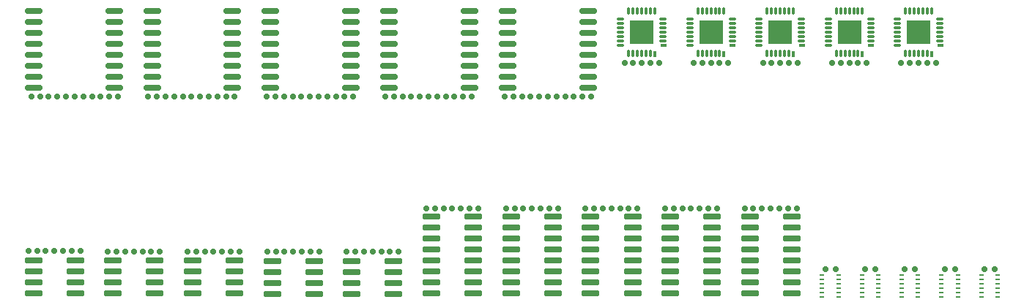
<source format=gbr>
%TF.GenerationSoftware,KiCad,Pcbnew,9.0.1*%
%TF.CreationDate,2025-04-16T14:08:05+02:00*%
%TF.ProjectId,cq2-adapt,6371322d-6164-4617-9074-2e6b69636164,rev?*%
%TF.SameCoordinates,Original*%
%TF.FileFunction,Soldermask,Bot*%
%TF.FilePolarity,Negative*%
%FSLAX46Y46*%
G04 Gerber Fmt 4.6, Leading zero omitted, Abs format (unit mm)*
G04 Created by KiCad (PCBNEW 9.0.1) date 2025-04-16 14:08:05*
%MOMM*%
%LPD*%
G01*
G04 APERTURE LIST*
G04 Aperture macros list*
%AMRoundRect*
0 Rectangle with rounded corners*
0 $1 Rounding radius*
0 $2 $3 $4 $5 $6 $7 $8 $9 X,Y pos of 4 corners*
0 Add a 4 corners polygon primitive as box body*
4,1,4,$2,$3,$4,$5,$6,$7,$8,$9,$2,$3,0*
0 Add four circle primitives for the rounded corners*
1,1,$1+$1,$2,$3*
1,1,$1+$1,$4,$5*
1,1,$1+$1,$6,$7*
1,1,$1+$1,$8,$9*
0 Add four rect primitives between the rounded corners*
20,1,$1+$1,$2,$3,$4,$5,0*
20,1,$1+$1,$4,$5,$6,$7,0*
20,1,$1+$1,$6,$7,$8,$9,0*
20,1,$1+$1,$8,$9,$2,$3,0*%
G04 Aperture macros list end*
%ADD10C,0.700000*%
%ADD11RoundRect,0.150000X-0.875000X-0.150000X0.875000X-0.150000X0.875000X0.150000X-0.875000X0.150000X0*%
%ADD12RoundRect,0.075000X-0.350000X0.075000X-0.350000X-0.075000X0.350000X-0.075000X0.350000X0.075000X0*%
%ADD13RoundRect,0.075000X-0.075000X-0.350000X0.075000X-0.350000X0.075000X0.350000X-0.075000X0.350000X0*%
%ADD14RoundRect,0.075000X-0.075000X-0.300000X0.075000X-0.300000X0.075000X0.300000X-0.075000X0.300000X0*%
%ADD15RoundRect,0.075000X-0.300000X0.075000X-0.300000X-0.075000X0.300000X-0.075000X0.300000X0.075000X0*%
%ADD16C,0.600000*%
%ADD17R,2.800000X2.800000*%
%ADD18RoundRect,0.170016X-0.864984X-0.159984X0.864984X-0.159984X0.864984X0.159984X-0.864984X0.159984X0*%
%ADD19RoundRect,0.062500X-0.187500X-0.062500X0.187500X-0.062500X0.187500X0.062500X-0.187500X0.062500X0*%
G04 APERTURE END LIST*
D10*
%TO.C,*%
X85900000Y-107395000D03*
%TD*%
%TO.C,*%
X137400000Y-85600000D03*
%TD*%
%TO.C,*%
X112500000Y-102400000D03*
%TD*%
%TO.C,*%
X73850000Y-89450000D03*
%TD*%
%TO.C,*%
X102050000Y-89500000D03*
%TD*%
%TO.C,*%
X132900000Y-102400000D03*
%TD*%
D11*
%TO.C,UB1*%
X120900000Y-79600000D03*
X120900000Y-80870000D03*
X120900000Y-82140000D03*
X120900000Y-83410000D03*
X120900000Y-84680000D03*
X120900000Y-85950000D03*
X120900000Y-87220000D03*
X120900000Y-88490000D03*
X130200000Y-88490000D03*
X130200000Y-87220000D03*
X130200000Y-85950000D03*
X130200000Y-84680000D03*
X130200000Y-83410000D03*
X130200000Y-82140000D03*
X130200000Y-80870000D03*
X130200000Y-79600000D03*
%TD*%
D10*
%TO.C,*%
X75850000Y-89450000D03*
%TD*%
%TO.C,*%
X68850000Y-89450000D03*
%TD*%
%TO.C,*%
X151300000Y-102400000D03*
%TD*%
%TO.C,*%
X85350000Y-89500000D03*
%TD*%
D12*
%TO.C,UB3*%
X157952494Y-80552497D03*
X157952494Y-81052497D03*
X157952494Y-81552497D03*
X157952494Y-82052497D03*
X157952494Y-82552497D03*
X157952494Y-83052497D03*
X157952494Y-83552497D03*
D13*
X158902494Y-84502497D03*
X159402494Y-84502497D03*
X159902494Y-84502497D03*
X160402494Y-84502497D03*
X160902494Y-84502497D03*
X161402494Y-84502497D03*
D14*
X161902494Y-84552497D03*
D15*
X162902494Y-83552497D03*
D12*
X162852494Y-83052497D03*
X162852494Y-82552497D03*
X162852494Y-82052497D03*
X162852494Y-81552497D03*
X162852494Y-81052497D03*
X162852494Y-80552497D03*
D13*
X161902494Y-79602497D03*
X161402494Y-79602497D03*
X160902494Y-79602497D03*
X160402494Y-79602497D03*
X159902494Y-79602497D03*
X159402494Y-79602497D03*
X158902494Y-79602497D03*
D16*
X159752494Y-81402497D03*
X159752494Y-82702497D03*
D17*
X160402494Y-82052497D03*
D16*
X161052494Y-81402497D03*
X161052494Y-82702497D03*
%TD*%
D10*
%TO.C,*%
X115500000Y-102400000D03*
%TD*%
%TO.C,*%
X88350000Y-89500000D03*
%TD*%
D18*
%TO.C,UTB6*%
X75275000Y-108490000D03*
X75275000Y-109760000D03*
X75275000Y-111030000D03*
X75275000Y-112300000D03*
X80125000Y-112300000D03*
X80125000Y-111030000D03*
X80125000Y-109760000D03*
X80125000Y-108490000D03*
%TD*%
D10*
%TO.C,*%
X104300000Y-107400000D03*
%TD*%
%TO.C,*%
X94050000Y-89500000D03*
%TD*%
%TO.C,*%
X69500000Y-107390000D03*
%TD*%
%TO.C,*%
X110750000Y-89500000D03*
%TD*%
D18*
%TO.C,UB4*%
X112100000Y-103400000D03*
X112100000Y-104670000D03*
X112100000Y-105940000D03*
X112100000Y-107210000D03*
X112100000Y-108480000D03*
X112100000Y-109750000D03*
X112100000Y-111020000D03*
X112100000Y-112290000D03*
X116950000Y-112290000D03*
X116950000Y-111020000D03*
X116950000Y-109750000D03*
X116950000Y-108480000D03*
X116950000Y-107210000D03*
X116950000Y-105940000D03*
X116950000Y-104670000D03*
X116950000Y-103400000D03*
%TD*%
D16*
%TO.C,UT3*%
X151752494Y-81402497D03*
X151752494Y-82702497D03*
X153052494Y-81402497D03*
X153052494Y-82702497D03*
%TD*%
D11*
%TO.C,UB1*%
X93500000Y-79600000D03*
X93500000Y-80870000D03*
X93500000Y-82140000D03*
X93500000Y-83410000D03*
X93500000Y-84680000D03*
X93500000Y-85950000D03*
X93500000Y-87220000D03*
X93500000Y-88490000D03*
X102800000Y-88490000D03*
X102800000Y-87220000D03*
X102800000Y-85950000D03*
X102800000Y-84680000D03*
X102800000Y-83410000D03*
X102800000Y-82140000D03*
X102800000Y-80870000D03*
X102800000Y-79600000D03*
%TD*%
D10*
%TO.C,*%
X122700000Y-102400000D03*
%TD*%
%TO.C,*%
X131900000Y-102400000D03*
%TD*%
%TO.C,*%
X161402494Y-85602497D03*
%TD*%
D19*
%TO.C,UB2*%
X175650000Y-110150000D03*
X175650000Y-110650000D03*
X175650000Y-111150000D03*
X175650000Y-111650000D03*
X175650000Y-112150000D03*
X175650000Y-112650000D03*
X177550000Y-112650000D03*
X177550000Y-112150000D03*
X177550000Y-111650000D03*
X177550000Y-111150000D03*
X177550000Y-110650000D03*
X177550000Y-110150000D03*
%TD*%
D10*
%TO.C,*%
X172600000Y-109500000D03*
%TD*%
%TO.C,*%
X120550000Y-89500000D03*
%TD*%
%TO.C,*%
X163400000Y-109500000D03*
%TD*%
%TO.C,*%
X121550000Y-89500000D03*
%TD*%
%TO.C,*%
X126550000Y-89500000D03*
%TD*%
%TO.C,*%
X80350000Y-89500000D03*
%TD*%
%TO.C,*%
X111500000Y-102400000D03*
%TD*%
%TO.C,*%
X136400000Y-85600000D03*
%TD*%
D16*
%TO.C,UT3*%
X143750000Y-81400000D03*
X143750000Y-82700000D03*
X145050000Y-81400000D03*
X145050000Y-82700000D03*
%TD*%
D10*
%TO.C,*%
X107300000Y-107400000D03*
%TD*%
%TO.C,*%
X115750000Y-89500000D03*
%TD*%
%TO.C,*%
X130550000Y-89500000D03*
%TD*%
D19*
%TO.C,UB2*%
X166450000Y-110150000D03*
X166450000Y-110650000D03*
X166450000Y-111150000D03*
X166450000Y-111650000D03*
X166450000Y-112150000D03*
X166450000Y-112650000D03*
X168350000Y-112650000D03*
X168350000Y-112150000D03*
X168350000Y-111650000D03*
X168350000Y-111150000D03*
X168350000Y-110650000D03*
X168350000Y-110150000D03*
%TD*%
D10*
%TO.C,*%
X69850000Y-89450000D03*
%TD*%
%TO.C,*%
X113500000Y-102400000D03*
%TD*%
D11*
%TO.C,UB1*%
X107200000Y-79600000D03*
X107200000Y-80870000D03*
X107200000Y-82140000D03*
X107200000Y-83410000D03*
X107200000Y-84680000D03*
X107200000Y-85950000D03*
X107200000Y-87220000D03*
X107200000Y-88490000D03*
X116500000Y-88490000D03*
X116500000Y-87220000D03*
X116500000Y-85950000D03*
X116500000Y-84680000D03*
X116500000Y-83410000D03*
X116500000Y-82140000D03*
X116500000Y-80870000D03*
X116500000Y-79600000D03*
%TD*%
D10*
%TO.C,*%
X74850000Y-89450000D03*
%TD*%
%TO.C,*%
X67850000Y-89450000D03*
%TD*%
%TO.C,*%
X129900000Y-102400000D03*
%TD*%
%TO.C,*%
X153300000Y-102400000D03*
%TD*%
%TO.C,*%
X145100000Y-102400000D03*
%TD*%
%TO.C,*%
X130900000Y-102400000D03*
%TD*%
%TO.C,*%
X65500000Y-107390000D03*
%TD*%
%TO.C,*%
X142100000Y-102400000D03*
%TD*%
%TO.C,*%
X83350000Y-89500000D03*
%TD*%
%TO.C,*%
X158402494Y-85602497D03*
%TD*%
%TO.C,*%
X154402494Y-85602497D03*
%TD*%
%TO.C,*%
X133900000Y-102400000D03*
%TD*%
%TO.C,*%
X75700000Y-107395000D03*
%TD*%
%TO.C,*%
X148300000Y-102400000D03*
%TD*%
%TO.C,*%
X105300000Y-107400000D03*
%TD*%
%TO.C,*%
X66500000Y-107390000D03*
%TD*%
%TO.C,*%
X68500000Y-107390000D03*
%TD*%
%TO.C,*%
X142400000Y-85600000D03*
%TD*%
%TO.C,*%
X116750000Y-89500000D03*
%TD*%
%TO.C,*%
X124700000Y-102400000D03*
%TD*%
%TO.C,*%
X176000000Y-109500000D03*
%TD*%
D19*
%TO.C,UB2*%
X157250000Y-110150000D03*
X157250000Y-110650000D03*
X157250000Y-111150000D03*
X157250000Y-111650000D03*
X157250000Y-112150000D03*
X157250000Y-112650000D03*
X159150000Y-112650000D03*
X159150000Y-112150000D03*
X159150000Y-111650000D03*
X159150000Y-111150000D03*
X159150000Y-110650000D03*
X159150000Y-110150000D03*
%TD*%
D10*
%TO.C,*%
X159402494Y-85602497D03*
%TD*%
%TO.C,*%
X134400000Y-85600000D03*
%TD*%
%TO.C,*%
X77700000Y-107395000D03*
%TD*%
D11*
%TO.C,UB1*%
X66100000Y-79600000D03*
X66100000Y-80870000D03*
X66100000Y-82140000D03*
X66100000Y-83410000D03*
X66100000Y-84680000D03*
X66100000Y-85950000D03*
X66100000Y-87220000D03*
X66100000Y-88490000D03*
X75400000Y-88490000D03*
X75400000Y-87220000D03*
X75400000Y-85950000D03*
X75400000Y-84680000D03*
X75400000Y-83410000D03*
X75400000Y-82140000D03*
X75400000Y-80870000D03*
X75400000Y-79600000D03*
%TD*%
D10*
%TO.C,*%
X71500000Y-107390000D03*
%TD*%
%TO.C,*%
X103050000Y-89500000D03*
%TD*%
D18*
%TO.C,UTB6*%
X93675000Y-108495000D03*
X93675000Y-109765000D03*
X93675000Y-111035000D03*
X93675000Y-112305000D03*
X98525000Y-112305000D03*
X98525000Y-111035000D03*
X98525000Y-109765000D03*
X98525000Y-108495000D03*
%TD*%
D10*
%TO.C,*%
X141100000Y-102400000D03*
%TD*%
%TO.C,*%
X70850000Y-89450000D03*
%TD*%
%TO.C,*%
X100050000Y-89500000D03*
%TD*%
%TO.C,*%
X162402494Y-85602497D03*
%TD*%
%TO.C,*%
X93100000Y-107400000D03*
%TD*%
%TO.C,*%
X152300000Y-102400000D03*
%TD*%
%TO.C,*%
X86900000Y-107395000D03*
%TD*%
D18*
%TO.C,UB4*%
X139700000Y-103400000D03*
X139700000Y-104670000D03*
X139700000Y-105940000D03*
X139700000Y-107210000D03*
X139700000Y-108480000D03*
X139700000Y-109750000D03*
X139700000Y-111020000D03*
X139700000Y-112290000D03*
X144550000Y-112290000D03*
X144550000Y-111020000D03*
X144550000Y-109750000D03*
X144550000Y-108480000D03*
X144550000Y-107210000D03*
X144550000Y-105940000D03*
X144550000Y-104670000D03*
X144550000Y-103400000D03*
%TD*%
D10*
%TO.C,*%
X86350000Y-89500000D03*
%TD*%
%TO.C,*%
X154300000Y-102400000D03*
%TD*%
%TO.C,*%
X79350000Y-89500000D03*
%TD*%
D12*
%TO.C,UB3*%
X165952494Y-80552497D03*
X165952494Y-81052497D03*
X165952494Y-81552497D03*
X165952494Y-82052497D03*
X165952494Y-82552497D03*
X165952494Y-83052497D03*
X165952494Y-83552497D03*
D13*
X166902494Y-84502497D03*
X167402494Y-84502497D03*
X167902494Y-84502497D03*
X168402494Y-84502497D03*
X168902494Y-84502497D03*
X169402494Y-84502497D03*
D14*
X169902494Y-84552497D03*
D15*
X170902494Y-83552497D03*
D12*
X170852494Y-83052497D03*
X170852494Y-82552497D03*
X170852494Y-82052497D03*
X170852494Y-81552497D03*
X170852494Y-81052497D03*
X170852494Y-80552497D03*
D13*
X169902494Y-79602497D03*
X169402494Y-79602497D03*
X168902494Y-79602497D03*
X168402494Y-79602497D03*
X167902494Y-79602497D03*
X167402494Y-79602497D03*
X166902494Y-79602497D03*
D16*
X167752494Y-81402497D03*
X167752494Y-82702497D03*
D17*
X168402494Y-82052497D03*
D16*
X169052494Y-81402497D03*
X169052494Y-82702497D03*
%TD*%
D10*
%TO.C,*%
X168402494Y-85602497D03*
%TD*%
%TO.C,*%
X150300000Y-102400000D03*
%TD*%
%TO.C,*%
X151402494Y-85602497D03*
%TD*%
%TO.C,*%
X97050000Y-89500000D03*
%TD*%
%TO.C,*%
X144100000Y-102400000D03*
%TD*%
%TO.C,*%
X162200000Y-109500000D03*
%TD*%
%TO.C,*%
X67500000Y-107390000D03*
%TD*%
%TO.C,*%
X152402494Y-85602497D03*
%TD*%
D18*
%TO.C,UB4*%
X148900000Y-103400000D03*
X148900000Y-104670000D03*
X148900000Y-105940000D03*
X148900000Y-107210000D03*
X148900000Y-108480000D03*
X148900000Y-109750000D03*
X148900000Y-111020000D03*
X148900000Y-112290000D03*
X153750000Y-112290000D03*
X153750000Y-111020000D03*
X153750000Y-109750000D03*
X153750000Y-108480000D03*
X153750000Y-107210000D03*
X153750000Y-105940000D03*
X153750000Y-104670000D03*
X153750000Y-103400000D03*
%TD*%
D10*
%TO.C,*%
X124550000Y-89500000D03*
%TD*%
%TO.C,*%
X169402494Y-85602497D03*
%TD*%
%TO.C,*%
X99050000Y-89500000D03*
%TD*%
D12*
%TO.C,UB3*%
X141950000Y-80550000D03*
X141950000Y-81050000D03*
X141950000Y-81550000D03*
X141950000Y-82050000D03*
X141950000Y-82550000D03*
X141950000Y-83050000D03*
X141950000Y-83550000D03*
D13*
X142900000Y-84500000D03*
X143400000Y-84500000D03*
X143900000Y-84500000D03*
X144400000Y-84500000D03*
X144900000Y-84500000D03*
X145400000Y-84500000D03*
D14*
X145900000Y-84550000D03*
D15*
X146900000Y-83550000D03*
D12*
X146850000Y-83050000D03*
X146850000Y-82550000D03*
X146850000Y-82050000D03*
X146850000Y-81550000D03*
X146850000Y-81050000D03*
X146850000Y-80550000D03*
D13*
X145900000Y-79600000D03*
X145400000Y-79600000D03*
X144900000Y-79600000D03*
X144400000Y-79600000D03*
X143900000Y-79600000D03*
X143400000Y-79600000D03*
X142900000Y-79600000D03*
D16*
X143750000Y-81400000D03*
X143750000Y-82700000D03*
D17*
X144400000Y-82050000D03*
D16*
X145050000Y-81400000D03*
X145050000Y-82700000D03*
%TD*%
D10*
%TO.C,*%
X121700000Y-102400000D03*
%TD*%
%TO.C,*%
X89350000Y-89500000D03*
%TD*%
%TO.C,*%
X106300000Y-107400000D03*
%TD*%
D16*
%TO.C,UT3*%
X135750000Y-81400000D03*
X135750000Y-82700000D03*
X137050000Y-81400000D03*
X137050000Y-82700000D03*
%TD*%
D10*
%TO.C,*%
X83900000Y-107395000D03*
%TD*%
%TO.C,*%
X74700000Y-107395000D03*
%TD*%
%TO.C,*%
X158800000Y-109500000D03*
%TD*%
%TO.C,*%
X79700000Y-107395000D03*
%TD*%
%TO.C,*%
X109750000Y-89500000D03*
%TD*%
%TO.C,*%
X135400000Y-85600000D03*
%TD*%
%TO.C,*%
X128550000Y-89500000D03*
%TD*%
%TO.C,*%
X108750000Y-89500000D03*
%TD*%
%TO.C,*%
X94100000Y-107400000D03*
%TD*%
%TO.C,*%
X143400000Y-85600000D03*
%TD*%
%TO.C,*%
X81350000Y-89500000D03*
%TD*%
%TO.C,*%
X97100000Y-107400000D03*
%TD*%
%TO.C,*%
X150402494Y-85602497D03*
%TD*%
%TO.C,*%
X71850000Y-89450000D03*
%TD*%
%TO.C,*%
X112750000Y-89500000D03*
%TD*%
D16*
%TO.C,UT3*%
X159752494Y-81402497D03*
X159752494Y-82702497D03*
X161052494Y-81402497D03*
X161052494Y-82702497D03*
%TD*%
D18*
%TO.C,UB4*%
X130500000Y-103400000D03*
X130500000Y-104670000D03*
X130500000Y-105940000D03*
X130500000Y-107210000D03*
X130500000Y-108480000D03*
X130500000Y-109750000D03*
X130500000Y-111020000D03*
X130500000Y-112290000D03*
X135350000Y-112290000D03*
X135350000Y-111020000D03*
X135350000Y-109750000D03*
X135350000Y-108480000D03*
X135350000Y-107210000D03*
X135350000Y-105940000D03*
X135350000Y-104670000D03*
X135350000Y-103400000D03*
%TD*%
D10*
%TO.C,*%
X116500000Y-102400000D03*
%TD*%
D18*
%TO.C,UB4*%
X121300000Y-103400000D03*
X121300000Y-104670000D03*
X121300000Y-105940000D03*
X121300000Y-107210000D03*
X121300000Y-108480000D03*
X121300000Y-109750000D03*
X121300000Y-111020000D03*
X121300000Y-112290000D03*
X126150000Y-112290000D03*
X126150000Y-111020000D03*
X126150000Y-109750000D03*
X126150000Y-108480000D03*
X126150000Y-107210000D03*
X126150000Y-105940000D03*
X126150000Y-104670000D03*
X126150000Y-103400000D03*
%TD*%
D10*
%TO.C,*%
X84900000Y-107395000D03*
%TD*%
%TO.C,*%
X89900000Y-107395000D03*
%TD*%
%TO.C,*%
X108300000Y-107400000D03*
%TD*%
%TO.C,*%
X143100000Y-102400000D03*
%TD*%
%TO.C,*%
X103300000Y-107400000D03*
%TD*%
%TO.C,*%
X177200000Y-109500000D03*
%TD*%
%TO.C,*%
X125550000Y-89500000D03*
%TD*%
%TO.C,*%
X171400000Y-109500000D03*
%TD*%
%TO.C,*%
X149300000Y-102400000D03*
%TD*%
%TO.C,*%
X114750000Y-89500000D03*
%TD*%
%TO.C,*%
X87900000Y-107395000D03*
%TD*%
%TO.C,*%
X125700000Y-102400000D03*
%TD*%
%TO.C,*%
X146400000Y-85600000D03*
%TD*%
%TO.C,*%
X135900000Y-102400000D03*
%TD*%
%TO.C,*%
X106750000Y-89500000D03*
%TD*%
%TO.C,*%
X96050000Y-89500000D03*
%TD*%
%TO.C,*%
X129550000Y-89500000D03*
%TD*%
D12*
%TO.C,UB3*%
X133950000Y-80550000D03*
X133950000Y-81050000D03*
X133950000Y-81550000D03*
X133950000Y-82050000D03*
X133950000Y-82550000D03*
X133950000Y-83050000D03*
X133950000Y-83550000D03*
D13*
X134900000Y-84500000D03*
X135400000Y-84500000D03*
X135900000Y-84500000D03*
X136400000Y-84500000D03*
X136900000Y-84500000D03*
X137400000Y-84500000D03*
D14*
X137900000Y-84550000D03*
D15*
X138900000Y-83550000D03*
D12*
X138850000Y-83050000D03*
X138850000Y-82550000D03*
X138850000Y-82050000D03*
X138850000Y-81550000D03*
X138850000Y-81050000D03*
X138850000Y-80550000D03*
D13*
X137900000Y-79600000D03*
X137400000Y-79600000D03*
X136900000Y-79600000D03*
X136400000Y-79600000D03*
X135900000Y-79600000D03*
X135400000Y-79600000D03*
X134900000Y-79600000D03*
D16*
X135750000Y-81400000D03*
X135750000Y-82700000D03*
D17*
X136400000Y-82050000D03*
D16*
X137050000Y-81400000D03*
X137050000Y-82700000D03*
%TD*%
D11*
%TO.C,UB1*%
X79800000Y-79600000D03*
X79800000Y-80870000D03*
X79800000Y-82140000D03*
X79800000Y-83410000D03*
X79800000Y-84680000D03*
X79800000Y-85950000D03*
X79800000Y-87220000D03*
X79800000Y-88490000D03*
X89100000Y-88490000D03*
X89100000Y-87220000D03*
X89100000Y-85950000D03*
X89100000Y-84680000D03*
X89100000Y-83410000D03*
X89100000Y-82140000D03*
X89100000Y-80870000D03*
X89100000Y-79600000D03*
%TD*%
D10*
%TO.C,*%
X84350000Y-89500000D03*
%TD*%
%TO.C,*%
X123700000Y-102400000D03*
%TD*%
D12*
%TO.C,UB3*%
X149952494Y-80552497D03*
X149952494Y-81052497D03*
X149952494Y-81552497D03*
X149952494Y-82052497D03*
X149952494Y-82552497D03*
X149952494Y-83052497D03*
X149952494Y-83552497D03*
D13*
X150902494Y-84502497D03*
X151402494Y-84502497D03*
X151902494Y-84502497D03*
X152402494Y-84502497D03*
X152902494Y-84502497D03*
X153402494Y-84502497D03*
D14*
X153902494Y-84552497D03*
D15*
X154902494Y-83552497D03*
D12*
X154852494Y-83052497D03*
X154852494Y-82552497D03*
X154852494Y-82052497D03*
X154852494Y-81552497D03*
X154852494Y-81052497D03*
X154852494Y-80552497D03*
D13*
X153902494Y-79602497D03*
X153402494Y-79602497D03*
X152902494Y-79602497D03*
X152402494Y-79602497D03*
X151902494Y-79602497D03*
X151402494Y-79602497D03*
X150902494Y-79602497D03*
D16*
X151752494Y-81402497D03*
X151752494Y-82702497D03*
D17*
X152402494Y-82052497D03*
D16*
X153052494Y-81402497D03*
X153052494Y-82702497D03*
%TD*%
D10*
%TO.C,*%
X102300000Y-107400000D03*
%TD*%
D18*
%TO.C,UTB6*%
X84475000Y-108490000D03*
X84475000Y-109760000D03*
X84475000Y-111030000D03*
X84475000Y-112300000D03*
X89325000Y-112300000D03*
X89325000Y-111030000D03*
X89325000Y-109760000D03*
X89325000Y-108490000D03*
%TD*%
D10*
%TO.C,*%
X66850000Y-89450000D03*
%TD*%
%TO.C,*%
X145400000Y-85600000D03*
%TD*%
%TO.C,*%
X139100000Y-102400000D03*
%TD*%
%TO.C,*%
X123550000Y-89500000D03*
%TD*%
%TO.C,*%
X113750000Y-89500000D03*
%TD*%
%TO.C,*%
X134900000Y-102400000D03*
%TD*%
%TO.C,*%
X167402494Y-85602497D03*
%TD*%
%TO.C,*%
X70500000Y-107390000D03*
%TD*%
%TO.C,*%
X166800000Y-109500000D03*
%TD*%
%TO.C,*%
X82350000Y-89500000D03*
%TD*%
%TO.C,*%
X101050000Y-89500000D03*
%TD*%
D18*
%TO.C,UTB6*%
X66075000Y-108485000D03*
X66075000Y-109755000D03*
X66075000Y-111025000D03*
X66075000Y-112295000D03*
X70925000Y-112295000D03*
X70925000Y-111025000D03*
X70925000Y-109755000D03*
X70925000Y-108485000D03*
%TD*%
D10*
%TO.C,*%
X166402494Y-85602497D03*
%TD*%
D19*
%TO.C,UB2*%
X171050000Y-110150000D03*
X171050000Y-110650000D03*
X171050000Y-111150000D03*
X171050000Y-111650000D03*
X171050000Y-112150000D03*
X171050000Y-112650000D03*
X172950000Y-112650000D03*
X172950000Y-112150000D03*
X172950000Y-111650000D03*
X172950000Y-111150000D03*
X172950000Y-110650000D03*
X172950000Y-110150000D03*
%TD*%
D10*
%TO.C,*%
X80700000Y-107395000D03*
%TD*%
%TO.C,*%
X153402494Y-85602497D03*
%TD*%
%TO.C,*%
X99100000Y-107400000D03*
%TD*%
%TO.C,*%
X96100000Y-107400000D03*
%TD*%
%TO.C,*%
X117500000Y-102400000D03*
%TD*%
D16*
%TO.C,UT3*%
X167752494Y-81402497D03*
X167752494Y-82702497D03*
X169052494Y-81402497D03*
X169052494Y-82702497D03*
%TD*%
D10*
%TO.C,*%
X122550000Y-89500000D03*
%TD*%
%TO.C,*%
X127550000Y-89500000D03*
%TD*%
%TO.C,*%
X78700000Y-107395000D03*
%TD*%
%TO.C,*%
X138400000Y-85600000D03*
%TD*%
%TO.C,*%
X98050000Y-89500000D03*
%TD*%
%TO.C,*%
X93050000Y-89500000D03*
%TD*%
%TO.C,*%
X144400000Y-85600000D03*
%TD*%
%TO.C,*%
X88900000Y-107395000D03*
%TD*%
%TO.C,*%
X157600000Y-109500000D03*
%TD*%
%TO.C,*%
X95100000Y-107400000D03*
%TD*%
%TO.C,*%
X65850000Y-89450000D03*
%TD*%
%TO.C,*%
X98100000Y-107400000D03*
%TD*%
%TO.C,*%
X95050000Y-89500000D03*
%TD*%
%TO.C,*%
X72850000Y-89450000D03*
%TD*%
%TO.C,*%
X87350000Y-89500000D03*
%TD*%
%TO.C,*%
X120700000Y-102400000D03*
%TD*%
%TO.C,*%
X160402494Y-85602497D03*
%TD*%
%TO.C,*%
X170402494Y-85602497D03*
%TD*%
%TO.C,*%
X114500000Y-102400000D03*
%TD*%
%TO.C,*%
X111750000Y-89500000D03*
%TD*%
%TO.C,*%
X126700000Y-102400000D03*
%TD*%
D19*
%TO.C,UB2*%
X161850000Y-110150000D03*
X161850000Y-110650000D03*
X161850000Y-111150000D03*
X161850000Y-111650000D03*
X161850000Y-112150000D03*
X161850000Y-112650000D03*
X163750000Y-112650000D03*
X163750000Y-112150000D03*
X163750000Y-111650000D03*
X163750000Y-111150000D03*
X163750000Y-110650000D03*
X163750000Y-110150000D03*
%TD*%
D18*
%TO.C,UTB6*%
X102875000Y-108495000D03*
X102875000Y-109765000D03*
X102875000Y-111035000D03*
X102875000Y-112305000D03*
X107725000Y-112305000D03*
X107725000Y-111035000D03*
X107725000Y-109765000D03*
X107725000Y-108495000D03*
%TD*%
D10*
%TO.C,*%
X107750000Y-89500000D03*
%TD*%
%TO.C,*%
X76700000Y-107395000D03*
%TD*%
%TO.C,*%
X140100000Y-102400000D03*
%TD*%
%TO.C,*%
X168000000Y-109500000D03*
%TD*%
M02*

</source>
